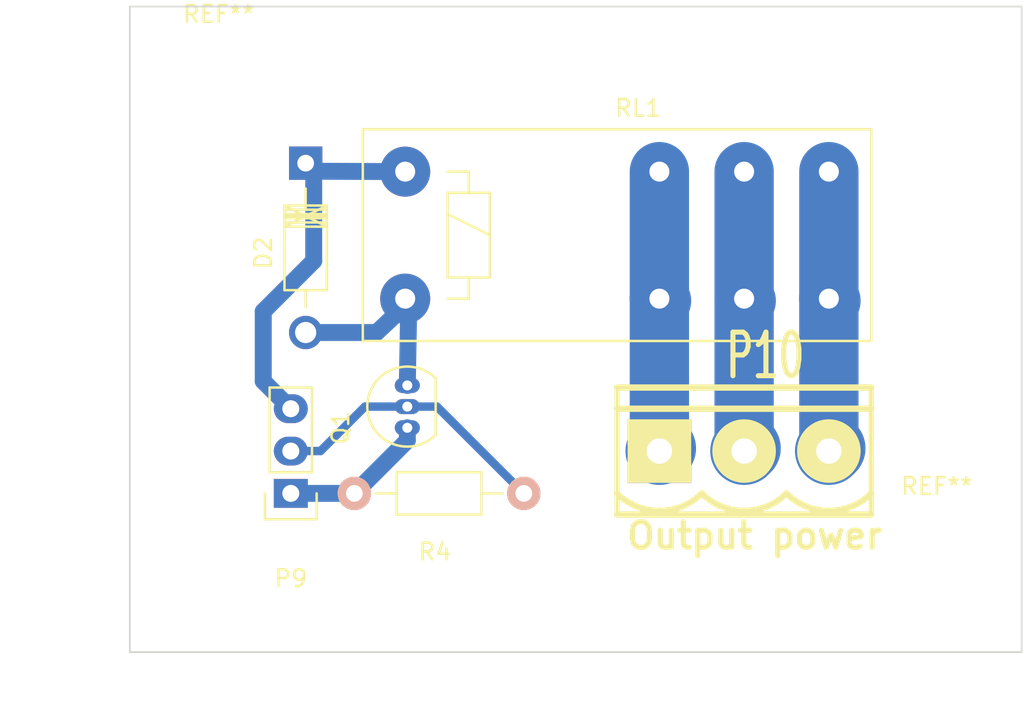
<source format=kicad_pcb>
(kicad_pcb (version 4) (host pcbnew 4.0.5+dfsg1-4~bpo8+1)

  (general
    (links 14)
    (no_connects 0)
    (area 120.483549 86.985 193.095572 132.748001)
    (thickness 1.6)
    (drawings 7)
    (tracks 32)
    (zones 0)
    (modules 8)
    (nets 8)
  )

  (page A4)
  (layers
    (0 F.Cu signal)
    (31 B.Cu signal)
    (32 B.Adhes user)
    (33 F.Adhes user)
    (34 B.Paste user)
    (35 F.Paste user)
    (36 B.SilkS user)
    (37 F.SilkS user)
    (38 B.Mask user)
    (39 F.Mask user)
    (40 Dwgs.User user)
    (41 Cmts.User user)
    (42 Eco1.User user)
    (43 Eco2.User user)
    (44 Edge.Cuts user)
    (45 Margin user)
    (46 B.CrtYd user)
    (47 F.CrtYd user)
    (48 B.Fab user)
    (49 F.Fab user)
  )

  (setup
    (last_trace_width 0.25)
    (user_trace_width 0.254)
    (user_trace_width 0.508)
    (user_trace_width 1.016)
    (user_trace_width 2.032)
    (user_trace_width 3.048)
    (user_trace_width 3.556)
    (user_trace_width 4.064)
    (trace_clearance 0.2)
    (zone_clearance 0.508)
    (zone_45_only no)
    (trace_min 0.2)
    (segment_width 0.2)
    (edge_width 0.1)
    (via_size 0.6)
    (via_drill 0.4)
    (via_min_size 0.4)
    (via_min_drill 0.3)
    (uvia_size 0.3)
    (uvia_drill 0.1)
    (uvias_allowed no)
    (uvia_min_size 0.2)
    (uvia_min_drill 0.1)
    (pcb_text_width 0.3)
    (pcb_text_size 1.5 1.5)
    (mod_edge_width 0.15)
    (mod_text_size 1 1)
    (mod_text_width 0.15)
    (pad_size 1.5 1.5)
    (pad_drill 0.6)
    (pad_to_mask_clearance 0)
    (aux_axis_origin 0 0)
    (visible_elements FFFFFF7F)
    (pcbplotparams
      (layerselection 0x00030_80000001)
      (usegerberextensions false)
      (excludeedgelayer true)
      (linewidth 0.100000)
      (plotframeref false)
      (viasonmask false)
      (mode 1)
      (useauxorigin false)
      (hpglpennumber 1)
      (hpglpenspeed 20)
      (hpglpendiameter 15)
      (hpglpenoverlay 2)
      (psnegative false)
      (psa4output false)
      (plotreference true)
      (plotvalue true)
      (plotinvisibletext false)
      (padsonsilk false)
      (subtractmaskfromsilk false)
      (outputformat 1)
      (mirror false)
      (drillshape 1)
      (scaleselection 1)
      (outputdirectory ""))
  )

  (net 0 "")
  (net 1 GND)
  (net 2 "Net-(D2-Pad2)")
  (net 3 "Net-(D2-Pad1)")
  (net 4 "Net-(P9-Pad2)")
  (net 5 "Net-(P10-Pad2)")
  (net 6 "Net-(P10-Pad3)")
  (net 7 "Net-(P10-Pad1)")

  (net_class Default "This is the default net class."
    (clearance 0.2)
    (trace_width 0.25)
    (via_dia 0.6)
    (via_drill 0.4)
    (uvia_dia 0.3)
    (uvia_drill 0.1)
    (add_net GND)
    (add_net "Net-(D2-Pad1)")
    (add_net "Net-(D2-Pad2)")
    (add_net "Net-(P10-Pad1)")
    (add_net "Net-(P10-Pad2)")
    (add_net "Net-(P10-Pad3)")
    (add_net "Net-(P9-Pad2)")
  )

  (module Mounting_Holes:MountingHole_4.3mm_M4_DIN965 (layer F.Cu) (tedit 58BB2AC5) (tstamp 58C15E32)
    (at 137.414 92.71)
    (descr "Mounting Hole 4.3mm, no annular, M4, DIN965")
    (tags "mounting hole 4.3mm no annular m4 din965")
    (fp_text reference REF** (at 0 -4.75) (layer F.SilkS)
      (effects (font (size 1 1) (thickness 0.15)))
    )
    (fp_text value MountingHole_4.3mm_M4_DIN965 (at 0 4.75) (layer F.Fab) hide
      (effects (font (size 1 1) (thickness 0.15)))
    )
    (fp_circle (center 0 0) (end 3.75 0) (layer Cmts.User) (width 0.15))
    (fp_circle (center 0 0) (end 4 0) (layer F.CrtYd) (width 0.05))
    (pad 1 np_thru_hole circle (at 0 0) (size 4.3 4.3) (drill 4.3) (layers *.Cu *.Mask))
  )

  (module Relays_ThroughHole:Relay_DPDT_Schrack-RT2_RM5mm (layer F.Cu) (tedit 58BB2B9A) (tstamp 58BB1536)
    (at 148.59 105.029)
    (descr "Relay, DPST, Schrack-RT2, RM5mm,")
    (tags "Relay, DPST,  Schrack-RT1, RM5mm, Reais, 2 x um,")
    (path /58BB1BD3)
    (fp_text reference RL1 (at 13.97 -11.43) (layer F.SilkS)
      (effects (font (size 1 1) (thickness 0.15)))
    )
    (fp_text value FINDER-44.52 (at 11.938 -3.556) (layer F.Fab)
      (effects (font (size 1 1) (thickness 0.15)))
    )
    (fp_line (start 2.54 -5.08) (end 5.08 -3.81) (layer F.SilkS) (width 0.15))
    (fp_line (start 3.81 -1.27) (end 3.81 0) (layer F.SilkS) (width 0.15))
    (fp_line (start 3.81 0) (end 2.54 0) (layer F.SilkS) (width 0.15))
    (fp_line (start 2.54 -7.62) (end 3.81 -7.62) (layer F.SilkS) (width 0.15))
    (fp_line (start 3.81 -7.62) (end 3.81 -6.35) (layer F.SilkS) (width 0.15))
    (fp_line (start 3.81 -6.35) (end 5.08 -6.35) (layer F.SilkS) (width 0.15))
    (fp_line (start 5.08 -6.35) (end 5.08 -1.27) (layer F.SilkS) (width 0.15))
    (fp_line (start 5.08 -1.27) (end 2.54 -1.27) (layer F.SilkS) (width 0.15))
    (fp_line (start 2.54 -1.27) (end 2.54 -6.35) (layer F.SilkS) (width 0.15))
    (fp_line (start 2.54 -6.35) (end 3.81 -6.35) (layer F.SilkS) (width 0.15))
    (fp_line (start -2.54 -10.16) (end 27.94 -10.16) (layer F.SilkS) (width 0.15))
    (fp_line (start 27.94 -10.16) (end 27.94 2.54) (layer F.SilkS) (width 0.15))
    (fp_line (start 27.94 2.54) (end -2.54 2.54) (layer F.SilkS) (width 0.15))
    (fp_line (start -2.54 2.54) (end -2.54 -10.16) (layer F.SilkS) (width 0.15))
    (pad A1 thru_hole circle (at 0 -7.62) (size 2.99974 2.99974) (drill 1.19888) (layers *.Cu *.Mask)
      (net 3 "Net-(D2-Pad1)"))
    (pad A2 thru_hole circle (at 0 0) (size 2.99974 2.99974) (drill 1.19888) (layers *.Cu *.Mask)
      (net 2 "Net-(D2-Pad2)"))
    (pad 22 thru_hole circle (at 15.24 0) (size 2.99974 2.99974) (drill 1.19888) (layers *.Cu *.Mask)
      (net 7 "Net-(P10-Pad1)"))
    (pad 21 thru_hole circle (at 20.32 0) (size 2.99974 2.99974) (drill 1.19888) (layers *.Cu *.Mask)
      (net 5 "Net-(P10-Pad2)"))
    (pad 24 thru_hole circle (at 25.4 0) (size 2.99974 2.99974) (drill 1.19888) (layers *.Cu *.Mask)
      (net 6 "Net-(P10-Pad3)"))
    (pad 12 thru_hole circle (at 15.24 -7.62) (size 2.99974 2.99974) (drill 1.19888) (layers *.Cu *.Mask)
      (net 7 "Net-(P10-Pad1)"))
    (pad 11 thru_hole circle (at 20.32 -7.62) (size 2.99974 2.99974) (drill 1.19888) (layers *.Cu *.Mask)
      (net 5 "Net-(P10-Pad2)"))
    (pad 14 thru_hole circle (at 25.4 -7.62) (size 2.99974 2.99974) (drill 1.19888) (layers *.Cu *.Mask)
      (net 6 "Net-(P10-Pad3)"))
  )

  (module Diodes_ThroughHole:Diode_DO-41_SOD81_Horizontal_RM10 (layer F.Cu) (tedit 58BB2BDB) (tstamp 58BB1FC9)
    (at 142.621 96.901 270)
    (descr "Diode, DO-41, SOD81, Horizontal, RM 10mm,")
    (tags "Diode, DO-41, SOD81, Horizontal, RM 10mm, 1N4007, SB140,")
    (path /58BB10F1)
    (fp_text reference D2 (at 5.38734 2.53746 270) (layer F.SilkS)
      (effects (font (size 1 1) (thickness 0.15)))
    )
    (fp_text value 1N4000 (at 5.08 -2.286 270) (layer F.Fab)
      (effects (font (size 1 1) (thickness 0.15)))
    )
    (fp_line (start 7.62 -0.00254) (end 8.636 -0.00254) (layer F.SilkS) (width 0.15))
    (fp_line (start 2.794 -0.00254) (end 1.524 -0.00254) (layer F.SilkS) (width 0.15))
    (fp_line (start 3.048 -1.27254) (end 3.048 1.26746) (layer F.SilkS) (width 0.15))
    (fp_line (start 3.302 -1.27254) (end 3.302 1.26746) (layer F.SilkS) (width 0.15))
    (fp_line (start 3.556 -1.27254) (end 3.556 1.26746) (layer F.SilkS) (width 0.15))
    (fp_line (start 2.794 -1.27254) (end 2.794 1.26746) (layer F.SilkS) (width 0.15))
    (fp_line (start 3.81 -1.27254) (end 2.54 1.26746) (layer F.SilkS) (width 0.15))
    (fp_line (start 2.54 -1.27254) (end 3.81 1.26746) (layer F.SilkS) (width 0.15))
    (fp_line (start 3.81 -1.27254) (end 3.81 1.26746) (layer F.SilkS) (width 0.15))
    (fp_line (start 3.175 -1.27254) (end 3.175 1.26746) (layer F.SilkS) (width 0.15))
    (fp_line (start 2.54 1.26746) (end 2.54 -1.27254) (layer F.SilkS) (width 0.15))
    (fp_line (start 2.54 -1.27254) (end 7.62 -1.27254) (layer F.SilkS) (width 0.15))
    (fp_line (start 7.62 -1.27254) (end 7.62 1.26746) (layer F.SilkS) (width 0.15))
    (fp_line (start 7.62 1.26746) (end 2.54 1.26746) (layer F.SilkS) (width 0.15))
    (pad 2 thru_hole circle (at 10.16 -0.00254 90) (size 1.99898 1.99898) (drill 1.27) (layers *.Cu *.Mask)
      (net 2 "Net-(D2-Pad2)"))
    (pad 1 thru_hole rect (at 0 -0.00254 90) (size 1.99898 1.99898) (drill 1.00076) (layers *.Cu *.Mask)
      (net 3 "Net-(D2-Pad1)"))
  )

  (module Pin_Headers:Pin_Header_Straight_1x03 (layer F.Cu) (tedit 0) (tstamp 58BB1FD0)
    (at 141.732 116.713 180)
    (descr "Through hole pin header")
    (tags "pin header")
    (path /58BB1C62)
    (fp_text reference P9 (at 0 -5.1 180) (layer F.SilkS)
      (effects (font (size 1 1) (thickness 0.15)))
    )
    (fp_text value "Input control" (at 0 -3.1 180) (layer F.Fab)
      (effects (font (size 1 1) (thickness 0.15)))
    )
    (fp_line (start -1.75 -1.75) (end -1.75 6.85) (layer F.CrtYd) (width 0.05))
    (fp_line (start 1.75 -1.75) (end 1.75 6.85) (layer F.CrtYd) (width 0.05))
    (fp_line (start -1.75 -1.75) (end 1.75 -1.75) (layer F.CrtYd) (width 0.05))
    (fp_line (start -1.75 6.85) (end 1.75 6.85) (layer F.CrtYd) (width 0.05))
    (fp_line (start -1.27 1.27) (end -1.27 6.35) (layer F.SilkS) (width 0.15))
    (fp_line (start -1.27 6.35) (end 1.27 6.35) (layer F.SilkS) (width 0.15))
    (fp_line (start 1.27 6.35) (end 1.27 1.27) (layer F.SilkS) (width 0.15))
    (fp_line (start 1.55 -1.55) (end 1.55 0) (layer F.SilkS) (width 0.15))
    (fp_line (start 1.27 1.27) (end -1.27 1.27) (layer F.SilkS) (width 0.15))
    (fp_line (start -1.55 0) (end -1.55 -1.55) (layer F.SilkS) (width 0.15))
    (fp_line (start -1.55 -1.55) (end 1.55 -1.55) (layer F.SilkS) (width 0.15))
    (pad 1 thru_hole rect (at 0 0 180) (size 2.032 1.7272) (drill 1.016) (layers *.Cu *.Mask)
      (net 1 GND))
    (pad 2 thru_hole oval (at 0 2.54 180) (size 2.032 1.7272) (drill 1.016) (layers *.Cu *.Mask)
      (net 4 "Net-(P9-Pad2)"))
    (pad 3 thru_hole oval (at 0 5.08 180) (size 2.032 1.7272) (drill 1.016) (layers *.Cu *.Mask)
      (net 3 "Net-(D2-Pad1)"))
    (model Pin_Headers.3dshapes/Pin_Header_Straight_1x03.wrl
      (at (xyz 0 -0.1 0))
      (scale (xyz 1 1 1))
      (rotate (xyz 0 0 90))
    )
  )

  (module borniers:Emb3_5 (layer F.Cu) (tedit 49DEEF32) (tstamp 58BB1FD7)
    (at 168.91 114.173)
    (descr "Bornier d'alimentation 4 pins")
    (tags DEV)
    (path /58BB1C26)
    (fp_text reference P10 (at 1.27 -5.715) (layer F.SilkS)
      (effects (font (size 2.6162 1.59766) (thickness 0.3048)))
    )
    (fp_text value "Output power" (at 0.635 5.08) (layer F.SilkS)
      (effects (font (thickness 0.3048)))
    )
    (fp_line (start -7.62 3.81) (end 7.62 3.81) (layer F.SilkS) (width 0.381))
    (fp_line (start -7.62 -3.81) (end 7.62 -3.81) (layer F.SilkS) (width 0.381))
    (fp_line (start 7.62 -2.54) (end -7.62 -2.54) (layer F.SilkS) (width 0.381))
    (fp_arc (start 0 0) (end 2.54 2.54) (angle 90) (layer F.SilkS) (width 0.381))
    (fp_arc (start 5.08 0) (end 7.62 2.54) (angle 90) (layer F.SilkS) (width 0.381))
    (fp_arc (start -5.08 0) (end -2.54 2.54) (angle 90) (layer F.SilkS) (width 0.381))
    (fp_line (start -7.62 -3.81) (end -7.62 3.81) (layer F.SilkS) (width 0.3048))
    (fp_line (start 7.62 3.81) (end 7.62 -3.81) (layer F.SilkS) (width 0.3048))
    (pad 2 thru_hole circle (at 0 0) (size 3.81 3.81) (drill 1.524) (layers *.Cu *.Mask F.SilkS)
      (net 5 "Net-(P10-Pad2)"))
    (pad 3 thru_hole circle (at 5.08 0) (size 3.81 3.81) (drill 1.524) (layers *.Cu *.Mask F.SilkS)
      (net 6 "Net-(P10-Pad3)"))
    (pad 1 thru_hole rect (at -5.08 0) (size 3.81 3.81) (drill 1.524) (layers *.Cu *.Mask F.SilkS)
      (net 7 "Net-(P10-Pad1)"))
    (model borniers/conn_3_embrochable.wrl
      (at (xyz 0 0 0))
      (scale (xyz 1 1 1))
      (rotate (xyz 270 0 90))
    )
  )

  (module Resistors_ThroughHole:Resistor_Horizontal_RM10mm (layer F.Cu) (tedit 58BB2BCF) (tstamp 58BB1FE4)
    (at 155.702 116.713 180)
    (descr "Resistor, Axial,  RM 10mm, 1/3W")
    (tags "Resistor Axial RM 10mm 1/3W")
    (path /58BB11B6)
    (fp_text reference R4 (at 5.32892 -3.50012 180) (layer F.SilkS)
      (effects (font (size 1 1) (thickness 0.15)))
    )
    (fp_text value 10k (at 5.207 0.127 180) (layer F.Fab)
      (effects (font (size 1 1) (thickness 0.15)))
    )
    (fp_line (start -1.25 -1.5) (end 11.4 -1.5) (layer F.CrtYd) (width 0.05))
    (fp_line (start -1.25 1.5) (end -1.25 -1.5) (layer F.CrtYd) (width 0.05))
    (fp_line (start 11.4 -1.5) (end 11.4 1.5) (layer F.CrtYd) (width 0.05))
    (fp_line (start -1.25 1.5) (end 11.4 1.5) (layer F.CrtYd) (width 0.05))
    (fp_line (start 2.54 -1.27) (end 7.62 -1.27) (layer F.SilkS) (width 0.15))
    (fp_line (start 7.62 -1.27) (end 7.62 1.27) (layer F.SilkS) (width 0.15))
    (fp_line (start 7.62 1.27) (end 2.54 1.27) (layer F.SilkS) (width 0.15))
    (fp_line (start 2.54 1.27) (end 2.54 -1.27) (layer F.SilkS) (width 0.15))
    (fp_line (start 2.54 0) (end 1.27 0) (layer F.SilkS) (width 0.15))
    (fp_line (start 7.62 0) (end 8.89 0) (layer F.SilkS) (width 0.15))
    (pad 1 thru_hole circle (at 0 0 180) (size 1.99898 1.99898) (drill 1.00076) (layers *.Cu *.SilkS *.Mask)
      (net 4 "Net-(P9-Pad2)"))
    (pad 2 thru_hole circle (at 10.16 0 180) (size 1.99898 1.99898) (drill 1.00076) (layers *.Cu *.SilkS *.Mask)
      (net 1 GND))
    (model Resistors_ThroughHole.3dshapes/Resistor_Horizontal_RM10mm.wrl
      (at (xyz 0.2 0 0))
      (scale (xyz 0.4 0.4 0.4))
      (rotate (xyz 0 0 0))
    )
  )

  (module TO_SOT_Packages_THT:TO-92_Inline_Narrow_Oval (layer F.Cu) (tedit 58BB2BD3) (tstamp 58BB25AC)
    (at 148.717 112.776 90)
    (descr "TO-92 leads in-line, narrow, oval pads, drill 0.6mm (see NXP sot054_po.pdf)")
    (tags "to-92 sc-43 sc-43a sot54 PA33 transistor")
    (path /58BB253F)
    (fp_text reference Q1 (at 0 -4 90) (layer F.SilkS)
      (effects (font (size 1 1) (thickness 0.15)))
    )
    (fp_text value 2N7000 (at 0.889 3.683 90) (layer F.Fab)
      (effects (font (size 1 1) (thickness 0.15)))
    )
    (fp_line (start -1.4 1.95) (end -1.4 -2.65) (layer F.CrtYd) (width 0.05))
    (fp_line (start -1.4 1.95) (end 3.95 1.95) (layer F.CrtYd) (width 0.05))
    (fp_line (start -0.43 1.7) (end 2.97 1.7) (layer F.SilkS) (width 0.15))
    (fp_arc (start 1.27 0) (end 1.27 -2.4) (angle -135) (layer F.SilkS) (width 0.15))
    (fp_arc (start 1.27 0) (end 1.27 -2.4) (angle 135) (layer F.SilkS) (width 0.15))
    (fp_line (start -1.4 -2.65) (end 3.95 -2.65) (layer F.CrtYd) (width 0.05))
    (fp_line (start 3.95 1.95) (end 3.95 -2.65) (layer F.CrtYd) (width 0.05))
    (pad 2 thru_hole oval (at 1.27 0 270) (size 0.89916 1.50114) (drill 0.6) (layers *.Cu *.Mask)
      (net 4 "Net-(P9-Pad2)"))
    (pad 3 thru_hole oval (at 2.54 0 270) (size 0.89916 1.50114) (drill 0.6) (layers *.Cu *.Mask)
      (net 2 "Net-(D2-Pad2)"))
    (pad 1 thru_hole oval (at 0 0 270) (size 0.89916 1.50114) (drill 0.6) (layers *.Cu *.Mask)
      (net 1 GND))
    (model TO_SOT_Packages_THT.3dshapes/TO-92_Inline_Narrow_Oval.wrl
      (at (xyz 0.05 0 0))
      (scale (xyz 1 1 1))
      (rotate (xyz 0 0 -90))
    )
  )

  (module Mounting_Holes:MountingHole_4.3mm_M4_DIN965 (layer F.Cu) (tedit 58BB2ACF) (tstamp 58BB2A0D)
    (at 180.467 121.031)
    (descr "Mounting Hole 4.3mm, no annular, M4, DIN965")
    (tags "mounting hole 4.3mm no annular m4 din965")
    (fp_text reference REF** (at 0 -4.75) (layer F.SilkS)
      (effects (font (size 1 1) (thickness 0.15)))
    )
    (fp_text value MountingHole_4.3mm_M4_DIN965 (at 0 4.75) (layer F.Fab) hide
      (effects (font (size 1 1) (thickness 0.15)))
    )
    (fp_circle (center 0 0) (end 3.75 0) (layer Cmts.User) (width 0.15))
    (fp_circle (center 0 0) (end 4 0) (layer F.CrtYd) (width 0.05))
    (pad 1 np_thru_hole circle (at 0 0) (size 4.3 4.3) (drill 4.3) (layers *.Cu *.Mask))
  )

  (dimension 38.735208 (width 0.3) (layer Dwgs.User)
    (gr_text "38.735 mm" (at 126.983548 106.887418 270.1878543) (layer Dwgs.User)
      (effects (font (size 1.5 1.5) (thickness 0.3)))
    )
    (feature1 (pts (xy 132.207 126.238) (xy 125.697055 126.259344)))
    (feature2 (pts (xy 132.08 87.503) (xy 125.570055 87.524344)))
    (crossbar (pts (xy 128.270041 87.515492) (xy 128.397041 126.250492)))
    (arrow1a (pts (xy 128.397041 126.250492) (xy 127.80693 125.125917)))
    (arrow1b (pts (xy 128.397041 126.250492) (xy 128.979765 125.122072)))
    (arrow2a (pts (xy 128.270041 87.515492) (xy 127.687317 88.643912)))
    (arrow2b (pts (xy 128.270041 87.515492) (xy 128.860152 88.640067)))
  )
  (dimension 53.467 (width 0.3) (layer Dwgs.User)
    (gr_text "53.467 mm" (at 158.8135 131.398) (layer Dwgs.User)
      (effects (font (size 1.5 1.5) (thickness 0.3)))
    )
    (feature1 (pts (xy 185.547 126.238) (xy 185.547 132.748)))
    (feature2 (pts (xy 132.08 126.238) (xy 132.08 132.748)))
    (crossbar (pts (xy 132.08 130.048) (xy 185.547 130.048)))
    (arrow1a (pts (xy 185.547 130.048) (xy 184.420496 130.634421)))
    (arrow1b (pts (xy 185.547 130.048) (xy 184.420496 129.461579)))
    (arrow2a (pts (xy 132.08 130.048) (xy 133.206504 130.634421)))
    (arrow2b (pts (xy 132.08 130.048) (xy 133.206504 129.461579)))
  )
  (gr_line (start 132.08 87.503) (end 132.207 87.503) (angle 90) (layer Edge.Cuts) (width 0.1))
  (gr_line (start 132.08 126.238) (end 132.08 87.503) (angle 90) (layer Edge.Cuts) (width 0.1))
  (gr_line (start 185.547 126.238) (end 132.08 126.238) (angle 90) (layer Edge.Cuts) (width 0.1))
  (gr_line (start 185.547 87.503) (end 185.547 126.238) (angle 90) (layer Edge.Cuts) (width 0.1))
  (gr_line (start 132.207 87.503) (end 185.547 87.503) (angle 90) (layer Edge.Cuts) (width 0.1))

  (segment (start 141.732 116.713) (end 145.542 116.713) (width 1.016) (layer B.Cu) (net 1))
  (segment (start 145.542 116.713) (end 148.717 113.538) (width 1.016) (layer B.Cu) (net 1) (tstamp 58BB2718) (status 20))
  (segment (start 148.717 113.538) (end 148.717 112.776) (width 1.016) (layer B.Cu) (net 1) (tstamp 58BB2719) (status 30))
  (segment (start 148.717 110.236) (end 148.8059 105.2449) (width 1.016) (layer B.Cu) (net 2) (status 20))
  (segment (start 148.8059 105.2449) (end 146.8755 107.061) (width 1.016) (layer B.Cu) (net 2) (tstamp 58BB2670) (status 10))
  (segment (start 146.8755 107.061) (end 142.62354 107.061) (width 1.016) (layer B.Cu) (net 2) (tstamp 58BB2672) (status 20))
  (segment (start 148.59 97.409) (end 143.10614 97.3836) (width 1.016) (layer B.Cu) (net 3) (status 20))
  (segment (start 143.10614 97.3836) (end 143.10614 102.76586) (width 1.016) (layer B.Cu) (net 3) (tstamp 58BB2677) (status 10))
  (segment (start 143.10614 102.76586) (end 140.081 105.791) (width 1.016) (layer B.Cu) (net 3) (tstamp 58BB2679))
  (segment (start 140.081 105.791) (end 140.081 109.982) (width 1.016) (layer B.Cu) (net 3) (tstamp 58BB2684))
  (segment (start 140.081 109.982) (end 141.732 111.633) (width 1.016) (layer B.Cu) (net 3) (tstamp 58BB268C))
  (segment (start 148.717 111.506) (end 146.177 111.506) (width 0.508) (layer B.Cu) (net 4))
  (segment (start 143.51 114.173) (end 141.732 114.173) (width 0.508) (layer B.Cu) (net 4) (tstamp 58BB2B17))
  (segment (start 146.177 111.506) (end 143.51 114.173) (width 0.508) (layer B.Cu) (net 4) (tstamp 58BB2B13))
  (segment (start 148.717 111.506) (end 150.495 111.506) (width 0.508) (layer B.Cu) (net 4))
  (segment (start 150.495 111.506) (end 155.702 116.713) (width 0.508) (layer B.Cu) (net 4) (tstamp 58BB2B0B))
  (segment (start 155.702 116.713) (end 155.702 116.205) (width 0.508) (layer B.Cu) (net 4))
  (segment (start 168.91 97.409) (end 168.91 105.029) (width 3.556) (layer B.Cu) (net 5))
  (segment (start 168.91 105.029) (end 168.91 114.173) (width 3.556) (layer B.Cu) (net 5) (tstamp 58BB2E0C))
  (segment (start 168.91 105.029) (end 169.037 105.156) (width 3.556) (layer B.Cu) (net 5) (tstamp 58BB2D79))
  (segment (start 168.91 105.029) (end 169.037 105.156) (width 3.048) (layer B.Cu) (net 5) (tstamp 58BB2864))
  (segment (start 169.0751 114.0079) (end 168.91 114.173) (width 4.064) (layer B.Cu) (net 5) (tstamp 58BB26E3) (status 30))
  (segment (start 173.99 97.409) (end 173.99 105.029) (width 3.556) (layer B.Cu) (net 6))
  (segment (start 173.99 105.029) (end 173.99 114.173) (width 3.556) (layer B.Cu) (net 6) (tstamp 58BB2E10))
  (segment (start 173.99 105.029) (end 174.117 105.156) (width 3.556) (layer B.Cu) (net 6) (tstamp 58BB2D7E))
  (segment (start 173.99 105.029) (end 174.117 105.156) (width 3.048) (layer B.Cu) (net 6) (tstamp 58BB2868))
  (segment (start 174.1551 114.0079) (end 173.99 114.173) (width 4.064) (layer B.Cu) (net 6) (tstamp 58BB26E6) (status 30))
  (segment (start 163.83 97.409) (end 163.83 105.029) (width 3.556) (layer B.Cu) (net 7))
  (segment (start 163.83 105.029) (end 163.83 114.173) (width 3.556) (layer B.Cu) (net 7) (tstamp 58BB2E06))
  (segment (start 163.83 105.029) (end 163.957 105.156) (width 3.556) (layer B.Cu) (net 7) (tstamp 58BB2D73))
  (segment (start 163.83 105.029) (end 163.957 105.156) (width 3.048) (layer B.Cu) (net 7) (tstamp 58BB2860))
  (segment (start 163.9951 114.0079) (end 163.83 114.173) (width 4.064) (layer B.Cu) (net 7) (tstamp 58BB26DC) (status 30))

)

</source>
